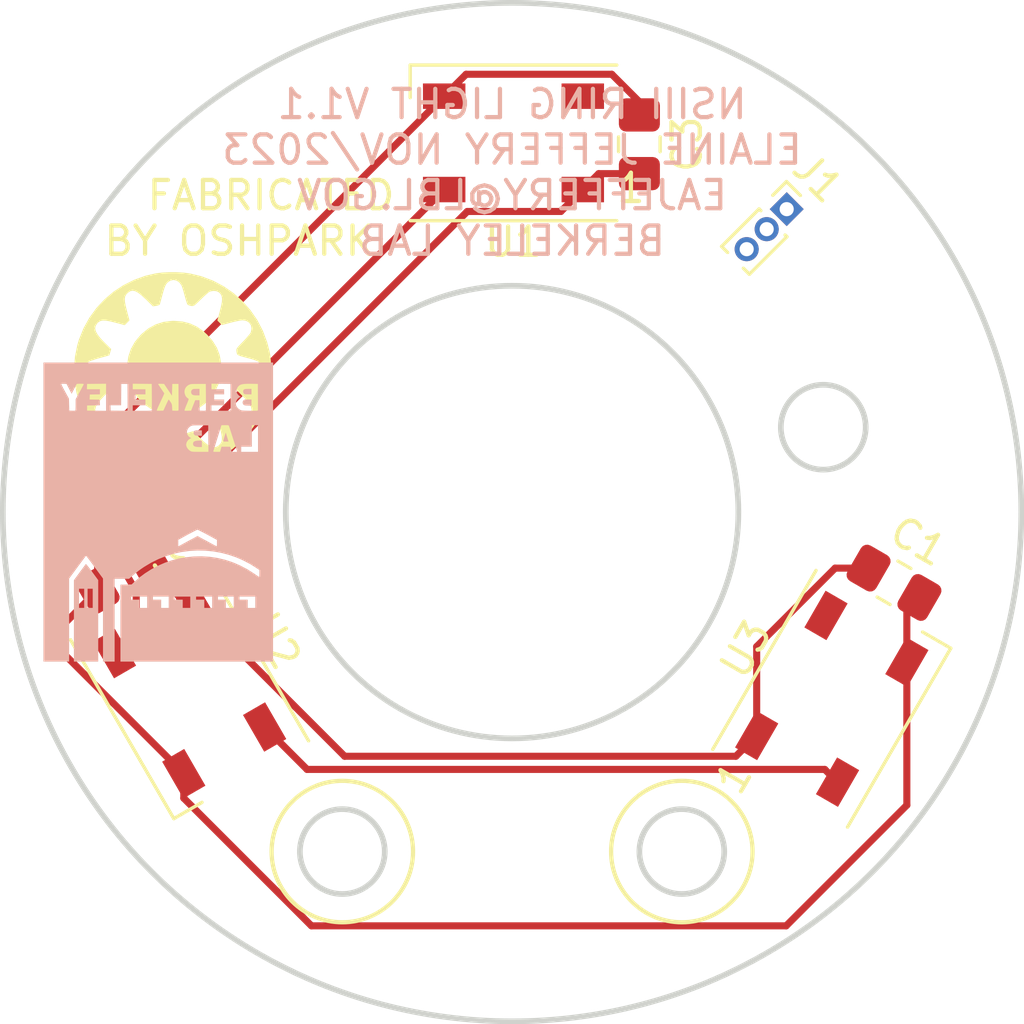
<source format=kicad_pcb>
(kicad_pcb (version 20221018) (generator pcbnew)
  (layers (0 "F.Cu" signal) (31 "B.Cu" signal) (34 "B.Paste" user) (35 "F.Paste" user) (36 "B.SilkS" user "B.Silkscreen") (37 "F.SilkS" user "F.Silkscreen") (38 "B.Mask" user) (39 "F.Mask" user) (44 "Edge.Cuts" user))
  (net 0 "")
  (net 1 "VDD")
  (net 2 "GND")
  (net 3 "/BlinkStick_R")
  (net 4 "Net-(U1-DOUT)")
  (net 5 "Net-(U2-DOUT)")
  (footprint "LED_SMD:LED_WS2812B_PLCC4_5.0x5.0mm_P3.2mm" (layer "F.Cu") (at 161.3 106.6 60)
    (fp_text reference "U3" (at 0 -3.5 60) (layer "F.SilkS"))
    (fp_text value "2812")
    (fp_text user "1" (at -4.15 -1.6 60) (layer "F.SilkS"))
    (fp_line (start -3.65 -2.75) (end 3.65 -2.75) (stroke (width 0.12)) (layer "F.SilkS"))
    (fp_line (start -3.65 2.75) (end 3.65 2.75) (stroke (width 0.12)) (layer "F.SilkS"))
    (fp_line (start 3.65 2.75) (end 3.65 1.6) (stroke (width 0.12)) (layer "F.SilkS"))
    (pad "1" smd rect (at -2.45 -1.65 60) (size 1.5 0.9) (layers "F.Cu" "F.Paste" "F.Mask") (net 2 "GND"))
    (pad "2" smd rect (at -2.45 1.65 60) (size 1.5 0.9) (layers "F.Cu" "F.Paste" "F.Mask") (net 5 "Net-(U2-DOUT)"))
    (pad "3" smd rect (at 2.45 1.65 60) (size 1.5 0.9) (layers "F.Cu" "F.Paste" "F.Mask") (net 1 "VDD"))
    (pad "4" smd rect (at 2.45 -1.65 60) (size 1.5 0.9) (layers "F.Cu" "F.Paste" "F.Mask"))
  )
  (footprint "LED_SMD:LED_WS2812B_PLCC4_5.0x5.0mm_P3.2mm" (layer "F.Cu") (at 150.05 86.95 180)
    (fp_text reference "U1" (at 0 -3.5) (layer "F.SilkS"))
    (fp_text value "2812")
    (fp_text user "1" (at -4.15 -1.6) (layer "F.SilkS"))
    (fp_line (start -3.65 -2.75) (end 3.65 -2.75) (stroke (width 0.12)) (layer "F.SilkS"))
    (fp_line (start -3.65 2.75) (end 3.65 2.75) (stroke (width 0.12)) (layer "F.SilkS"))
    (fp_line (start 3.65 2.75) (end 3.65 1.6) (stroke (width 0.12)) (layer "F.SilkS"))
    (pad "1" smd rect (at -2.45 -1.65 180) (size 1.5 0.9) (layers "F.Cu" "F.Paste" "F.Mask") (net 2 "GND"))
    (pad "2" smd rect (at -2.45 1.65 180) (size 1.5 0.9) (layers "F.Cu" "F.Paste" "F.Mask") (net 3 "/BlinkStick_R"))
    (pad "3" smd rect (at 2.45 1.65 180) (size 1.5 0.9) (layers "F.Cu" "F.Paste" "F.Mask") (net 1 "VDD"))
    (pad "4" smd rect (at 2.45 -1.65 180) (size 1.5 0.9) (layers "F.Cu" "F.Paste" "F.Mask") (net 4 "Net-(U1-DOUT)"))
  )
  (footprint "Capacitor_SMD:C_0805_2012Metric_Pad1.18x1.45mm_HandSolder" (layer "F.Cu") (at 163.5 102.5 150)
    (fp_text reference "C1" (at 0 1.7 150) (layer "F.SilkS"))
    (fp_text value "4.7")
    (fp_line (start -0.261252 -0.735) (end 0.261252 -0.735) (stroke (width 0.12)) (layer "F.SilkS"))
    (fp_line (start -0.261252 0.735) (end 0.261252 0.735) (stroke (width 0.12)) (layer "F.SilkS"))
    (pad "1" smd roundrect (at -1.0375 0 150) (size 1.175 1.45) (layers "F.Cu" "F.Paste" "F.Mask") (roundrect_rratio 0.212766) (net 1 "VDD"))
    (pad "2" smd roundrect (at 1.0375 0 150) (size 1.175 1.45) (layers "F.Cu" "F.Paste" "F.Mask") (roundrect_rratio 0.212766) (net 2 "GND"))
  )
  (footprint "Capacitor_SMD:C_0805_2012Metric_Pad1.18x1.45mm_HandSolder" (layer "F.Cu") (at 154.5 87 -90)
    (fp_text reference "C3" (at 0 -1.68 90) (layer "F.SilkS"))
    (fp_text value "4.7")
    (fp_line (start -0.261252 -0.735) (end 0.261252 -0.735) (stroke (width 0.12)) (layer "F.SilkS"))
    (fp_line (start -0.261252 0.735) (end 0.261252 0.735) (stroke (width 0.12)) (layer "F.SilkS"))
    (pad "1" smd roundrect (at -1.0375 0 270) (size 1.175 1.45) (layers "F.Cu" "F.Paste" "F.Mask") (roundrect_rratio 0.212766) (net 1 "VDD"))
    (pad "2" smd roundrect (at 1.0375 0 270) (size 1.175 1.45) (layers "F.Cu" "F.Paste" "F.Mask") (roundrect_rratio 0.212766) (net 2 "GND"))
  )
  (footprint "footprints:OSHPark_Logo" (layer "F.Cu") (at 138 95)
    (fp_text reference "G***" hide)
    (fp_text value "LOGO" hide)
    (fp_poly (pts (xy 0.349182 -1.737259) (xy 0.61804 -1.668294) (xy 0.867025 -1.550882) (xy 1.101851 -1.382638) (xy 1.221503 -1.273046) (xy 1.42093 -1.046101) (xy 1.568229 -0.807701) (xy 1.665672 -0.552526) (xy 1.715528 -0.27525) (xy 1.723544 -0.095798) (xy 1.697549 0.202506) (xy 1.621865 0.485269) (xy 1.499943 0.747089) (xy 1.335237 0.982564) (xy 1.131198 1.186294) (xy 0.891277 1.352875) (xy 0.752694 1.423381) (xy 0.524094 1.506194) (xy 0.280292 1.5589) (xy 0.03902 1.578934) (xy -0.181989 1.56373) (xy -0.198071 1.56095) (xy -0.492452 1.481651) (xy -0.760497 1.358101) (xy -0.99853 1.1949) (xy -1.202879 0.996647) (xy -1.369869 0.76794) (xy -1.495826 0.513378) (xy -1.577075 0.23756) (xy -1.609943 -0.054914) (xy -1.607272 -0.202953) (xy -1.564764 -0.497026) (xy -1.473619 -0.76796) (xy -1.332548 -1.018467) (xy -1.140261 -1.251259) (xy -1.081142 -1.309766) (xy -0.848061 -1.498027) (xy -0.597337 -1.634859) (xy -0.326306 -1.721317) (xy -0.032304 -1.758457) (xy 0.054741 -1.760162)) (fill solid) (layer "F.SilkS"))
    (fp_poly (pts (xy 0.144299 -3.479251) (xy 0.396076 -3.464097) (xy 0.601085 -3.437482) (xy 1.02098 -3.336222) (xy 1.42381 -3.184141) (xy 1.804639 -2.983798) (xy 2.158535 -2.737754) (xy 2.451697 -2.477602) (xy 2.746035 -2.148099) (xy 2.993121 -1.791462) (xy 3.193446 -1.406779) (xy 3.3475 -0.993134) (xy 3.437243 -0.643211) (xy 3.463015 -0.47329) (xy 3.47918 -0.266359) (xy 3.485706 -0.039306) (xy 3.482561 0.190984) (xy 3.469714 0.407621) (xy 3.447135 0.59372) (xy 3.439617 0.635268) (xy 3.330355 1.062144) (xy 3.176042 1.459055) (xy 2.974849 1.829437) (xy 2.724944 2.176722) (xy 2.464148 2.465085) (xy 2.133591 2.760471) (xy 1.780169 3.006158) (xy 1.403406 3.202402) (xy 1.002823 3.349457) (xy 0.652852 3.43416) (xy 0.468016 3.46127) (xy 0.253559 3.480102) (xy 0.029857 3.489806) (xy -0.18271 3.489532) (xy -0.363765 3.478429) (xy -0.375867 3.477094) (xy -0.800843 3.40139) (xy -1.209429 3.275181) (xy -1.597618 3.101284) (xy -1.961407 2.882516) (xy -2.29679 2.621696) (xy -2.599762 2.321638) (xy -2.866319 1.985162) (xy -3.092455 1.615083) (xy -3.131848 1.538547) (xy -3.292067 1.157673) (xy -3.404467 0.75643) (xy -3.468567 0.341934) (xy -3.483888 -0.078698) (xy -3.481965 -0.102477) (xy -3.110792 -0.102477) (xy -3.104148 0.016046) (xy -3.050908 0.123253) (xy -2.959064 0.203762) (xy -2.948729 0.209407) (xy -2.886773 0.235074) (xy -2.786423 0.269423) (xy -2.662347 0.307672) (xy -2.54844 0.339881) (xy -2.236644 0.424245) (xy -2.203103 0.538028) (xy -2.169562 0.65181) (xy -2.3744 0.85279) (xy -2.531457 1.016762) (xy -2.642864 1.157131) (xy -2.710332 1.277745) (xy -2.73557 1.382454) (xy -2.72029 1.475104) (xy -2.680859 1.542094) (xy -2.616787 1.597408) (xy -2.532084 1.64082) (xy -2.517651 1.645611) (xy -2.467846 1.657397) (xy -2.414985 1.660655) (xy -2.347914 1.653967) (xy -2.255481 1.635917) (xy -2.126531 1.605087) (xy -2.053561 1.586652) (xy -1.696471 1.495637) (xy -1.612366 1.575782) (xy -1.5767 1.611175) (xy -1.553441 1.64402) (xy -1.542875 1.683737) (xy -1.545289 1.739746) (xy -1.560967 1.821467) (xy -1.590197 1.938321) (xy -1.627633 2.078727) (xy -1.666103 2.22989) (xy -1.687632 2.340719) (xy -1.692382 2.422883) (xy -1.680513 2.48805) (xy -1.652186 2.547888) (xy -1.634478 2.57564) (xy -1.546609 2.661852) (xy -1.436169 2.701929) (xy -1.314938 2.692358) (xy -1.281868 2.680799) (xy -1.227676 2.647743) (xy -1.145677 2.584558) (xy -1.046577 2.500017) (xy -0.941078 2.402896) (xy -0.930604 2.392845) (xy -0.670582 2.142325) (xy -0.561489 2.1736) (xy -0.452396 2.204875) (xy -0.367642 2.518871) (xy -0.316821 2.697952) (xy -0.272311 2.831228) (xy -0.230324 2.926693) (xy -0.187072 2.992343) (xy -0.138767 3.036173) (xy -0.115982 3.050042) (xy -0.001206 3.088395) (xy 0.112535 3.074194) (xy 0.16512 3.051368) (xy 0.219396 3.014355) (xy 0.266036 2.959368) (xy 0.308946 2.878341) (xy 0.352033 2.763206) (xy 0.399203 2.605897) (xy 0.422781 2.519279) (xy 0.506358 2.205691) (xy 0.619241 2.173036) (xy 0.732125 2.140382) (xy 0.934004 2.346124) (xy 1.096676 2.502484) (xy 1.235278 2.613726) (xy 1.354061 2.68158) (xy 1.457275 2.707776) (xy 1.549172 2.694042) (xy 1.634002 2.642107) (xy 1.64276 2.634429) (xy 1.697375 2.574653) (xy 1.730873 2.507097) (xy 1.743632 2.422817) (xy 1.736028 2.312869) (xy 1.708439 2.16831) (xy 1.669106 2.009826) (xy 1.578997 1.667796) (xy 1.658518 1.58459) (xy 1.692472 1.549946) (xy 1.723308 1.527001) (xy 1.760296 1.516056) (xy 1.812705 1.517411) (xy 1.889808 1.531366) (xy 2.000874 1.558223) (xy 2.155173 1.598282) (xy 2.165721 1.601037) (xy 2.336764 1.641222) (xy 2.466737 1.65958) (xy 2.56509 1.655364) (xy 2.641273 1.627827) (xy 2.704736 1.576223) (xy 2.721733 1.557098) (xy 2.776132 1.472782) (xy 2.795243 1.385822) (xy 2.776994 1.290816) (xy 2.719309 1.18236) (xy 2.620115 1.055052) (xy 2.477339 0.903491) (xy 2.466755 0.892925) (xy 2.224352 0.651644) (xy 2.2576 0.539038) (xy 2.290849 0.426431) (xy 2.602914 0.341529) (xy 2.78385 0.289584) (xy 2.91899 0.243709) (xy 3.016411 0.200272) (xy 3.084193 0.155641) (xy 3.130412 0.106185) (xy 3.132282 0.103549) (xy 3.16912 0.008561) (xy 3.169612 -0.102162) (xy 3.134808 -0.204379) (xy 3.117842 -0.229507) (xy 3.06747 -0.28341) (xy 3.004549 -0.327068) (xy 2.917937 -0.365757) (xy 2.796486 -0.404754) (xy 2.682327 -0.435695) (xy 2.528805 -0.47566) (xy 2.41998 -0.505816) (xy 2.34768 -0.530547) (xy 2.303734 -0.55424) (xy 2.279968 -0.581277) (xy 2.268212 -0.616045) (xy 2.260431 -0.662056) (xy 2.254116 -0.709267) (xy 2.256394 -0.748127) (xy 2.272991 -0.787764) (xy 2.309632 -0.837301) (xy 2.372043 -0.905865) (xy 2.46595 -1.00258) (xy 2.488565 -1.025645) (xy 2.584874 -1.127368) (xy 2.668335 -1.222062) (xy 2.730371 -1.299544) (xy 2.762401 -1.34963) (xy 2.763257 -1.351738) (xy 2.790083 -1.485052) (xy 2.768847 -1.602521) (xy 2.704995 -1.696068) (xy 2.603974 -1.757613) (xy 2.475091 -1.779095) (xy 2.407389 -1.771987) (xy 2.30225 -1.752707) (xy 2.174817 -1.724318) (xy 2.057902 -1.694676) (xy 1.743705 -1.610258) (xy 1.66307 -1.690893) (xy 1.582435 -1.771528) (xy 1.667079 -2.088699) (xy 1.71479 -2.281415) (xy 1.741924 -2.431398) (xy 1.748066 -2.546813) (xy 1.732798 -2.63582) (xy 1.695701 -2.706584) (xy 1.636359 -2.767266) (xy 1.632195 -2.770674) (xy 1.551435 -2.806886) (xy 1.446967 -2.816967) (xy 1.343323 -2.800663) (xy 1.28567 -2.774266) (xy 1.239631 -2.737588) (xy 1.165485 -2.671743) (xy 1.073776 -2.58633) (xy 0.982755 -2.498521) (xy 0.882724 -2.401242) (xy 0.812118 -2.336738) (xy 0.761628 -2.2991) (xy 0.721949 -2.28242) (xy 0.683772 -2.28079) (xy 0.64844 -2.286278) (xy 0.576155 -2.306658) (xy 0.528202 -2.332384) (xy 0.524586 -2.336215) (xy 0.507827 -2.374413) (xy 0.481805 -2.453303) (xy 0.450413 -2.560441) (xy 0.424876 -2.654957) (xy 0.390282 -2.781143) (xy 0.356209 -2.894291) (xy 0.327278 -2.979603) (xy 0.312372 -3.015202) (xy 0.232931 -3.121063) (xy 0.132148 -3.184515) (xy 0.020863 -3.203379) (xy -0.090081 -3.175472) (xy -0.175952 -3.113416) (xy -0.217755 -3.064322) (xy -0.25317 -3.003297) (xy -0.287012 -2.91898) (xy -0.324101 -2.800014) (xy -0.352962 -2.696013) (xy -0.387692 -2.567708) (xy -0.417651 -2.457723) (xy -0.439746 -2.37737) (xy -0.450882 -2.337962) (xy -0.451109 -2.337225) (xy -0.481659 -2.314609) (xy -0.547017 -2.294002) (xy -0.576577 -2.288341) (xy -0.692542 -2.269797) (xy -0.943533 -2.515936) (xy -1.094115 -2.655672) (xy -1.219405 -2.75234) (xy -1.325141 -2.807969) (xy -1.417059 -2.824589) (xy -1.500896 -2.804228) (xy -1.582391 -2.748917) (xy -1.588019 -2.743912) (xy -1.642581 -2.684222) (xy -1.676076 -2.616786) (xy -1.688875 -2.53267) (xy -1.681352 -2.422939) (xy -1.653879 -2.278658) (xy -1.614124 -2.118393) (xy -1.523774 -1.775447) (xy -1.608162 -1.691059) (xy -1.69255 -1.606672) (xy -2.029043 -1.695705) (xy -2.213417 -1.740862) (xy -2.355468 -1.765805) (xy -2.463878 -1.770194) (xy -2.547331 -1.753688) (xy -2.614509 -1.715946) (xy -2.6618 -1.67087) (xy -2.717613 -1.586035) (xy -2.735451 -1.494789) (xy -2.713571 -1.39284) (xy -2.650234 -1.275895) (xy -2.543698 -1.139663) (xy -2.392223 -0.979851) (xy -2.3744 -0.962274) (xy -2.169562 -0.761293) (xy -2.202486 -0.649786) (xy -2.23541 -0.538279) (xy -2.547824 -0.452229) (xy -2.733134 -0.398733) (xy -2.871894 -0.351507) (xy -2.971238 -0.306117) (xy -3.038301 -0.25813) (xy -3.080216 -0.203115) (xy -3.10412 -0.136638) (xy -3.110792 -0.102477) (xy -3.481965 -0.102477) (xy -3.449949 -0.498347) (xy -3.36627 -0.909896) (xy -3.309641 -1.098446) (xy -3.148342 -1.497991) (xy -2.941535 -1.870323) (xy -2.692883 -2.21229) (xy -2.406051 -2.520737) (xy -2.084701 -2.792512) (xy -1.732497 -3.024461) (xy -1.353101 -3.213431) (xy -0.950178 -3.356269) (xy -0.590069 -3.439383) (xy -0.369922 -3.466928) (xy -0.118083 -3.480206)) (fill solid) (layer "F.SilkS"))
  )
  (footprint "Capacitor_SMD:C_0805_2012Metric_Pad1.18x1.45mm_HandSolder" (layer "F.Cu") (at 136.25 102.25 30)
    (fp_text reference "C2" (at 0 -1.68 30) (layer "F.SilkS"))
    (fp_text value "4.7")
    (fp_line (start -0.261252 -0.735) (end 0.261252 -0.735) (stroke (width 0.12)) (layer "F.SilkS"))
    (fp_line (start -0.261252 0.735) (end 0.261252 0.735) (stroke (width 0.12)) (layer "F.SilkS"))
    (pad "1" smd roundrect (at -1.0375 0 30) (size 1.175 1.45) (layers "F.Cu" "F.Paste" "F.Mask") (roundrect_rratio 0.212766) (net 1 "VDD"))
    (pad "2" smd roundrect (at 1.0375 0 30) (size 1.175 1.45) (layers "F.Cu" "F.Paste" "F.Mask") (roundrect_rratio 0.212766) (net 2 "GND"))
  )
  (footprint "Connector_PinHeader_1.00mm:PinHeader_1x03_P1.00mm_Vertical" (layer "F.Cu") (at 159.707107 89.292894 -45)
    (fp_text reference "J1" (at 0 -1.56 135) (layer "F.SilkS"))
    (fp_text value "Conn_01x03_Pin")
    (fp_line (start -0.695 -0.685) (end 0 -0.685) (stroke (width 0.12)) (layer "F.SilkS"))
    (fp_line (start -0.695 0) (end -0.695 -0.685) (stroke (width 0.12)) (layer "F.SilkS"))
    (fp_line (start -0.695 0.685) (end -0.695 2.56) (stroke (width 0.12)) (layer "F.SilkS"))
    (fp_line (start -0.695 0.685) (end -0.608276 0.685) (stroke (width 0.12)) (layer "F.SilkS"))
    (fp_line (start -0.695 2.56) (end -0.394493 2.56) (stroke (width 0.12)) (layer "F.SilkS"))
    (fp_line (start 0.394493 2.56) (end 0.695 2.56) (stroke (width 0.12)) (layer "F.SilkS"))
    (fp_line (start 0.608276 0.685) (end 0.695 0.685) (stroke (width 0.12)) (layer "F.SilkS"))
    (fp_line (start 0.695 0.685) (end 0.695 2.56) (stroke (width 0.12)) (layer "F.SilkS"))
    (pad "1" thru_hole rect (at 0 0 315) (size 0.85 0.85) (drill 0.5) (layers "*.Cu" "*.Mask") (net 1 "VDD"))
    (pad "2" thru_hole oval (at 0 1 315) (size 0.85 0.85) (drill 0.5) (layers "*.Cu" "*.Mask") (net 3 "/BlinkStick_R"))
    (pad "3" thru_hole oval (at 0 2 315) (size 0.85 0.85) (drill 0.5) (layers "*.Cu" "*.Mask") (net 2 "GND"))
  )
  (footprint "LED_SMD:LED_WS2812B_PLCC4_5.0x5.0mm_P3.2mm" (layer "F.Cu") (at 138.6 106.3 -60)
    (fp_text reference "U2" (at 0 -3.5 120) (layer "F.SilkS"))
    (fp_text value "2812")
    (fp_text user "1" (at -4.15 -1.6 120) (layer "F.SilkS"))
    (fp_line (start -3.65 -2.75) (end 3.65 -2.75) (stroke (width 0.12)) (layer "F.SilkS"))
    (fp_line (start -3.65 2.75) (end 3.65 2.75) (stroke (width 0.12)) (layer "F.SilkS"))
    (fp_line (start 3.65 2.75) (end 3.65 1.6) (stroke (width 0.12)) (layer "F.SilkS"))
    (pad "1" smd rect (at -2.45 -1.65 300) (size 1.5 0.9) (layers "F.Cu" "F.Paste" "F.Mask") (net 2 "GND"))
    (pad "2" smd rect (at -2.45 1.65 300) (size 1.5 0.9) (layers "F.Cu" "F.Paste" "F.Mask") (net 4 "Net-(U1-DOUT)"))
    (pad "3" smd rect (at 2.45 1.65 300) (size 1.5 0.9) (layers "F.Cu" "F.Paste" "F.Mask") (net 1 "VDD"))
    (pad "4" smd rect (at 2.45 -1.65 300) (size 1.5 0.9) (layers "F.Cu" "F.Paste" "F.Mask") (net 5 "Net-(U2-DOUT)"))
  )
  (footprint "footprints:Berkeley_Lab_Logo" (layer "B.Cu") (at 137.5 100 180)
    (fp_text reference "G***" hide)
    (fp_text value "LOGO" hide)
    (fp_poly (pts (xy -2.33947 2.678718) (xy -2.317771 2.608222) (xy -2.302683 2.557858) (xy -2.294954 2.524287) (xy -2.295331 2.504173) (xy -2.304561 2.494177) (xy -2.32339 2.490963) (xy -2.352566 2.491194) (xy -2.381348 2.491619) (xy -2.477157 2.491619) (xy -2.461597 2.543024) (xy -2.450876 2.578321) (xy -2.435756 2.627943) (xy -2.418921 2.683086) (xy -2.412861 2.702909) (xy -2.379684 2.811389)) (fill solid) (layer "B.SilkS"))
    (fp_poly (pts (xy -1.448405 2.527616) (xy -1.363515 2.523574) (xy -1.300063 2.511524) (xy -1.256385 2.490636) (xy -1.230815 2.460079) (xy -1.221691 2.419022) (xy -1.221619 2.414351) (xy -1.228696 2.370768) (xy -1.251173 2.338349) (xy -1.290917 2.316109) (xy -1.349796 2.303067) (xy -1.429678 2.298239) (xy -1.442357 2.298163) (xy -1.536095 2.298095) (xy -1.536095 2.413) (xy -1.536095 2.527905)) (fill solid) (layer "B.SilkS"))
    (fp_poly (pts (xy -1.281644 4.353451) (xy -1.243385 4.35029) (xy -1.217476 4.343818) (xy -1.198018 4.33305) (xy -1.194372 4.330287) (xy -1.163213 4.291876) (xy -1.153754 4.24387) (xy -1.161614 4.201667) (xy -1.178611 4.168173) (xy -1.206124 4.145298) (xy -1.247863 4.131503) (xy -1.30754 4.125254) (xy -1.348019 4.124476) (xy -1.451429 4.124476) (xy -1.451429 4.239381) (xy -1.451429 4.354286) (xy -1.338155 4.354286)) (fill solid) (layer "B.SilkS"))
    (fp_poly (pts (xy -3.103539 4.352465) (xy -3.055564 4.345967) (xy -3.023859 4.333235) (xy -3.004564 4.312714) (xy -2.993821 4.282849) (xy -2.993762 4.282582) (xy -2.994059 4.244941) (xy -3.007089 4.206491) (xy -3.028677 4.177028) (xy -3.042494 4.168275) (xy -3.062734 4.164976) (xy -3.100606 4.162415) (xy -3.149558 4.160959) (xy -3.175989 4.160762) (xy -3.289905 4.160762) (xy -3.289905 4.257524) (xy -3.289905 4.354286) (xy -3.171644 4.354286)) (fill solid) (layer "B.SilkS"))
    (fp_poly (pts (xy -1.358118 2.889974) (xy -1.31844 2.887051) (xy -1.29198 2.881155) (xy -1.273269 2.871445) (xy -1.268921 2.86813) (xy -1.245287 2.835038) (xy -1.239832 2.794095) (xy -1.252264 2.75307) (xy -1.274303 2.725909) (xy -1.292489 2.712299) (xy -1.312579 2.703809) (xy -1.34064 2.699261) (xy -1.382742 2.697476) (xy -1.421865 2.697238) (xy -1.536095 2.697238) (xy -1.536095 2.794) (xy -1.536095 2.890762) (xy -1.416483 2.890762)) (fill solid) (layer "B.SilkS"))
    (fp_poly (pts (xy -3.104762 3.978951) (xy -3.065957 3.977123) (xy -3.040543 3.972831) (xy -3.023121 3.965055) (xy -3.008292 3.952777) (xy -3.005117 3.949645) (xy -2.980121 3.909308) (xy -2.974768 3.863176) (xy -2.988985 3.819034) (xy -3.006611 3.796989) (xy -3.023048 3.783576) (xy -3.041875 3.774688) (xy -3.068626 3.769149) (xy -3.108832 3.76578) (xy -3.163849 3.763542) (xy -3.289905 3.759417) (xy -3.289905 3.869375) (xy -3.289905 3.979333) (xy -3.162355 3.979333)) (fill solid) (layer "B.SilkS"))
    (fp_poly (pts (xy 2.569958 -1.840504) (xy 2.580714 -1.85417) (xy 2.603758 -1.884713) (xy 2.637116 -1.929472) (xy 2.678812 -1.985784) (xy 2.726871 -2.050991) (xy 2.779319 -2.122429) (xy 2.786077 -2.131654) (xy 2.987524 -2.406688) (xy 2.987524 -3.846154) (xy 2.987524 -5.285619) (xy 2.558143 -5.285619) (xy 2.128762 -5.285619) (xy 2.128762 -3.845111) (xy 2.128762 -2.709333) (xy 2.322286 -2.709333) (xy 2.322286 -3.048) (xy 2.322286 -3.386667) (xy 2.413 -3.386667) (xy 2.503714 -3.386667) (xy 2.503714 -3.048) (xy 2.503714 -2.709333) (xy 2.624667 -2.709333) (xy 2.624667 -3.048) (xy 2.624667 -3.386667) (xy 2.715381 -3.386667) (xy 2.806095 -3.386667) (xy 2.806095 -3.048) (xy 2.806095 -2.709333) (xy 2.715381 -2.709333) (xy 2.624667 -2.709333) (xy 2.503714 -2.709333) (xy 2.413 -2.709333) (xy 2.322286 -2.709333) (xy 2.128762 -2.709333) (xy 2.128762 -2.404602) (xy 2.342024 -2.114496) (xy 2.404859 -2.029435) (xy 2.455141 -1.962433) (xy 2.494279 -1.911792) (xy 2.523684 -1.875819) (xy 2.544767 -1.852816) (xy 2.558938 -1.84109) (xy 2.567607 -1.838944)) (fill solid) (layer "B.SilkS"))
    (fp_poly (pts (xy 4.064 0) (xy 4.064 -5.285619) (xy 3.610428 -5.285619) (xy 3.156857 -5.285619) (xy 3.156857 -3.818444) (xy 3.156857 -2.351269) (xy 2.861198 -1.949234) (xy 2.797438 -1.862685) (xy 2.738083 -1.782407) (xy 2.684667 -1.710452) (xy 2.638723 -1.648872) (xy 2.601782 -1.599718) (xy 2.57538 -1.565043) (xy 2.561047 -1.546898) (xy 2.558939 -1.544671) (xy 2.550601 -1.553543) (xy 2.529522 -1.579932) (xy 2.497226 -1.62182) (xy 2.455239 -1.677188) (xy 2.405088 -1.744018) (xy 2.348299 -1.820293) (xy 2.286397 -1.903994) (xy 2.255884 -1.945445) (xy 1.959428 -2.348746) (xy 1.959428 -3.817183) (xy 1.959428 -5.285619) (xy 1.753809 -5.285619) (xy 1.54819 -5.285619) (xy 1.54819 -3.822095) (xy 1.54819 -2.358571) (xy 1.293534 -2.358571) (xy 1.038878 -2.358571) (xy 0.90951 -2.246491) (xy 0.827291 -2.176151) (xy 0.756219 -2.117705) (xy 0.689953 -2.066332) (xy 0.622151 -2.017212) (xy 0.546473 -1.965524) (xy 0.495905 -1.932098) (xy 0.250014 -1.785147) (xy -0.005078 -1.65991) (xy -0.267925 -1.556379) (xy -0.537076 -1.474548) (xy -0.811083 -1.41441) (xy -1.088498 -1.375959) (xy -1.367871 -1.359188) (xy -1.647755 -1.36409) (xy -1.9267 -1.39066) (xy -2.203258 -1.438889) (xy -2.475981 -1.508773) (xy -2.743418 -1.600304) (xy -3.004123 -1.713475) (xy -3.256646 -1.848281) (xy -3.419265 -1.949856) (xy -3.568095 -2.048569) (xy -3.568095 -2.173933) (xy -3.567513 -2.231227) (xy -3.565467 -2.267628) (xy -3.561513 -2.286411) (xy -3.555205 -2.290853) (xy -3.552359 -2.289625) (xy -3.53727 -2.279599) (xy -3.506225 -2.258448) (xy -3.46313 -2.228849) (xy -3.411893 -2.193484) (xy -3.386049 -2.175589) (xy -3.138741 -2.018272) (xy -2.88428 -1.883991) (xy -2.62326 -1.772866) (xy -2.356274 -1.685016) (xy -2.083916 -1.620561) (xy -1.806778 -1.57962) (xy -1.525454 -1.562312) (xy -1.240537 -1.568757) (xy -0.95262 -1.599074) (xy -0.724443 -1.63977) (xy -0.474759 -1.70395) (xy -0.226267 -1.790501) (xy 0.017735 -1.897694) (xy 0.25395 -2.023803) (xy 0.479081 -2.167098) (xy 0.689831 -2.325853) (xy 0.845486 -2.462474) (xy 0.947116 -2.558143) (xy 1.144843 -2.561981) (xy 1.342571 -2.565818) (xy 1.342571 -3.925719) (xy 1.342571 -5.285619) (xy -1.354667 -5.285619) (xy -4.051905 -5.285619) (xy -4.051905 -2.987524) (xy -3.422953 -2.987524) (xy -3.422953 -3.187095) (xy -3.422953 -3.386667) (xy -3.289905 -3.386667) (xy -3.156857 -3.386667) (xy -3.156857 -3.241524) (xy -3.156857 -3.096381) (xy -3.011714 -3.096381) (xy -2.866572 -3.096381) (xy -2.866572 -3.041952) (xy -2.866572 -2.987524) (xy -2.660953 -2.987524) (xy -2.660953 -3.187095) (xy -2.660953 -3.386667) (xy -2.521857 -3.386667) (xy -2.382762 -3.386667) (xy -2.382762 -3.241524) (xy -2.382762 -3.096381) (xy -2.243667 -3.096381) (xy -2.104572 -3.096381) (xy -2.104572 -3.041952) (xy -2.104572 -2.987524) (xy -1.898953 -2.987524) (xy -1.898953 -3.187095) (xy -1.898953 -3.386667) (xy -1.759857 -3.386667) (xy -1.620762 -3.386667) (xy -1.620762 -3.241524) (xy -1.620762 -3.096381) (xy -1.475619 -3.096381) (xy -1.330476 -3.096381) (xy -1.330476 -3.041952) (xy -1.330476 -2.987524) (xy -1.124857 -2.987524) (xy -1.124857 -3.187095) (xy -1.124857 -3.386667) (xy -0.99181 -3.386667) (xy -0.858762 -3.386667) (xy -0.858762 -3.241524) (xy -0.858762 -3.096381) (xy -0.713619 -3.096381) (xy -0.568476 -3.096381) (xy -0.568476 -3.041952) (xy -0.568476 -2.987524) (xy -0.362857 -2.987524) (xy -0.362857 -3.187095) (xy -0.362857 -3.386667) (xy -0.22981 -3.386667) (xy -0.096762 -3.386667) (xy -0.096762 -3.241524) (xy -0.096762 -3.096381) (xy 0.048381 -3.096381) (xy 0.193524 -3.096381) (xy 0.193524 -3.041952) (xy 0.193524 -2.987524) (xy 0.399143 -2.987524) (xy 0.399143 -3.187095) (xy 0.399143 -3.386667) (xy 0.538238 -3.386667) (xy 0.677333 -3.386667) (xy 0.677333 -3.241524) (xy 0.677333 -3.096381) (xy 0.822476 -3.096381) (xy 0.967619 -3.096381) (xy 0.967619 -3.041952) (xy 0.967619 -2.987524) (xy 0.683381 -2.987524) (xy 0.399143 -2.987524) (xy 0.193524 -2.987524) (xy -0.084667 -2.987524) (xy -0.362857 -2.987524) (xy -0.568476 -2.987524) (xy -0.846667 -2.987524) (xy -1.124857 -2.987524) (xy -1.330476 -2.987524) (xy -1.614714 -2.987524) (xy -1.898953 -2.987524) (xy -2.104572 -2.987524) (xy -2.382762 -2.987524) (xy -2.660953 -2.987524) (xy -2.866572 -2.987524) (xy -3.144762 -2.987524) (xy -3.422953 -2.987524) (xy -4.051905 -2.987524) (xy -4.051905 -1.097292) (xy -2.068286 -1.097292) (xy -2.067534 -1.146038) (xy -2.065516 -1.184093) (xy -2.062589 -1.206143) (xy -2.060757 -1.209524) (xy -2.048664 -1.20397) (xy -2.017927 -1.188229) (xy -1.97115 -1.163679) (xy -1.910934 -1.131699) (xy -1.839883 -1.093668) (xy -1.760599 -1.050966) (xy -1.716661 -1.027199) (xy -1.380093 -0.844874) (xy -1.092213 -1.001322) (xy -1.013137 -1.044229) (xy -0.938446 -1.084632) (xy -0.871562 -1.12069) (xy -0.815905 -1.150562) (xy -0.774895 -1.172407) (xy -0.752929 -1.183892) (xy -0.701524 -1.210015) (xy -0.701524 -1.095745) (xy -0.701524 -0.981474) (xy -1.031119 -0.80219) (xy -1.113357 -0.757781) (xy -1.189326 -0.717377) (xy -1.256283 -0.682387) (xy -1.311487 -0.654223) (xy -1.352194 -0.634294) (xy -1.375661 -0.62401) (xy -1.379815 -0.622905) (xy -1.394827 -0.628485) (xy -1.42833 -0.644296) (xy -1.477599 -0.668943) (xy -1.53991 -0.701033) (xy -1.612539 -0.739172) (xy -1.692761 -0.781964) (xy -1.7336 -0.803983) (xy -2.068286 -0.985061) (xy -2.068286 -1.097292) (xy -4.051905 -1.097292) (xy -4.051905 0) (xy -4.051905 3.072191) (xy -3.519714 3.072191) (xy -3.519714 2.600476) (xy -3.519714 2.128762) (xy -3.223381 2.128762) (xy -2.927048 2.128762) (xy -2.927048 2.137086) (xy -2.781905 2.137086) (xy -2.770767 2.133215) (xy -2.741176 2.130302) (xy -2.698864 2.128843) (xy -2.68544 2.128762) (xy -2.588975 2.128762) (xy -2.561464 2.219363) (xy -2.533953 2.309964) (xy -2.381603 2.310077) (xy -2.229253 2.310191) (xy -2.202894 2.219476) (xy -2.176536 2.128762) (xy -2.055072 2.128762) (xy -1.766189 2.128762) (xy -1.478785 2.129028) (xy -1.385987 2.129296) (xy -1.314007 2.130062) (xy -1.259475 2.131552) (xy -1.21902 2.133994) (xy -1.189273 2.137617) (xy -1.166861 2.142649) (xy -1.148416 2.149317) (xy -1.143 2.151741) (xy -1.084857 2.188984) (xy -1.035677 2.239936) (xy -0.999723 2.298621) (xy -0.981259 2.359064) (xy -0.979714 2.380569) (xy -0.990981 2.446311) (xy -1.021885 2.508709) (xy -1.068077 2.561258) (xy -1.124386 2.5971) (xy -1.166248 2.615029) (xy -1.130209 2.630182) (xy -1.099801 2.648853) (xy -1.066569 2.677589) (xy -1.055902 2.688919) (xy -1.021071 2.745311) (xy -1.006891 2.807841) (xy -1.012231 2.872123) (xy -1.035963 2.93377) (xy -1.076957 2.988394) (xy -1.134084 3.031609) (xy -1.145695 3.037691) (xy -1.165228 3.046821) (xy -1.184248 3.053757) (xy -1.206309 3.058799) (xy -1.234964 3.062249) (xy -1.273768 3.064408) (xy -1.326273 3.065575) (xy -1.396035 3.066053) (xy -1.481667 3.066143) (xy -1.759857 3.066143) (xy -1.763023 2.597452) (xy -1.766189 2.128762) (xy -2.055072 2.128762) (xy -1.999953 2.129128) (xy -1.964963 2.130724) (xy -1.946046 2.134296) (xy -1.939145 2.140592) (xy -1.940071 2.149929) (xy -1.945036 2.165895) (xy -1.956407 2.202296) (xy -1.973355 2.256483) (xy -1.995053 2.32581) (xy -2.020669 2.407627) (xy -2.049377 2.499286) (xy -2.080347 2.59814) (xy -2.086029 2.616271) (xy -2.117028 2.715336) (xy -2.145635 2.807011) (xy -2.171064 2.888768) (xy -2.192535 2.958081) (xy -2.209265 3.01242) (xy -2.22047 3.04926) (xy -2.22537 3.066072) (xy -2.225524 3.066818) (xy -2.236787 3.069022) (xy -2.267247 3.070787) (xy -2.311913 3.071905) (xy -2.352783 3.072191) (xy -2.409721 3.071881) (xy -2.447185 3.070337) (xy -2.469887 3.066634) (xy -2.482542 3.05985) (xy -2.489863 3.04906) (xy -2.491694 3.044976) (xy -2.497976 3.027476) (xy -2.510349 2.990614) (xy -2.527836 2.937442) (xy -2.549463 2.871008) (xy -2.574256 2.79436) (xy -2.60124 2.710549) (xy -2.62944 2.622622) (xy -2.657881 2.53363) (xy -2.68559 2.446622) (xy -2.711591 2.364645) (xy -2.734909 2.290751) (xy -2.75457 2.227987) (xy -2.7696 2.179403) (xy -2.779023 2.148048) (xy -2.781905 2.137086) (xy -2.927048 2.137086) (xy -2.927048 2.219476) (xy -2.927048 2.310191) (xy -3.114524 2.310191) (xy -3.302 2.310191) (xy -3.302 2.691191) (xy -3.302 3.072191) (xy -3.410857 3.072191) (xy -3.519714 3.072191) (xy -4.051905 3.072191) (xy -4.051905 3.870254) (xy -3.517587 3.870254) (xy -3.517448 3.784042) (xy -3.516992 3.710636) (xy -3.516236 3.652792) (xy -3.515199 3.613261) (xy -3.513899 3.594798) (xy -3.513706 3.594074) (xy -3.507583 3.588741) (xy -3.492115 3.584828) (xy -3.464649 3.582223) (xy -3.422537 3.580814) (xy -3.363126 3.58049) (xy -3.283766 3.581138) (xy -3.225964 3.58194) (xy -3.136075 3.583401) (xy -3.066834 3.584931) (xy -3.014701 3.586893) (xy -2.976136 3.589654) (xy -2.947599 3.593578) (xy -2.925549 3.59903) (xy -2.906446 3.606375) (xy -2.88675 3.615978) (xy -2.884494 3.617137) (xy -2.81922 3.661937) (xy -2.771859 3.717748) (xy -2.743265 3.780867) (xy -2.734288 3.847591) (xy -2.738229 3.870436) (xy -2.550016 3.870436) (xy -2.549933 3.784387) (xy -2.549551 3.71118) (xy -2.548884 3.653559) (xy -2.547947 3.614266) (xy -2.546756 3.596047) (xy -2.546576 3.595348) (xy -2.539132 3.590618) (xy -2.519433 3.586903) (xy -2.485356 3.584107) (xy -2.434783 3.582136) (xy -2.365594 3.580895) (xy -2.275668 3.580289) (xy -2.207761 3.580191) (xy -1.874762 3.580191) (xy -1.874762 3.676952) (xy -1.874762 3.773714) (xy -2.098524 3.773714) (xy -2.322286 3.773714) (xy -2.322286 3.870368) (xy -1.679141 3.870368) (xy -1.679037 3.784258) (xy -1.678627 3.710978) (xy -1.677927 3.653273) (xy -1.676953 3.613893) (xy -1.675722 3.595582) (xy -1.675537 3.594874) (xy -1.664986 3.586956) (xy -1.638716 3.582788) (xy -1.593385 3.582007) (xy -1.563507 3.582741) (xy -1.457476 3.586238) (xy -1.454138 3.770691) (xy -1.450799 3.955143) (xy -1.375518 3.95509) (xy -1.300238 3.955036) (xy -1.227667 3.770637) (xy -1.155095 3.586238) (xy -1.047196 3.582713) (xy -0.997207 3.581752) (xy -0.955738 3.582193) (xy -0.929261 3.583916) (xy -0.924184 3.584987) (xy -0.921749 3.595669) (xy -0.928254 3.623379) (xy -0.944129 3.669397) (xy -0.969802 3.735007) (xy -0.994091 3.79389) (xy -1.024169 3.866297) (xy -1.025801 3.870368) (xy -0.711522 3.870368) (xy -0.711418 3.784258) (xy -0.711008 3.710978) (xy -0.710308 3.653273) (xy -0.709334 3.613893) (xy -0.708103 3.595582) (xy -0.707918 3.594874) (xy -0.697367 3.586956) (xy -0.671097 3.582788) (xy -0.625766 3.582007) (xy -0.595888 3.582741) (xy -0.489857 3.586238) (xy -0.48381 3.701817) (xy -0.480491 3.756349) (xy -0.475756 3.794562) (xy -0.467185 3.824308) (xy -0.452357 3.853436) (xy -0.428852 3.889798) (xy -0.423333 3.897982) (xy -0.3972 3.935531) (xy -0.376017 3.963854) (xy -0.363442 3.978128) (xy -0.361965 3.97895) (xy -0.354953 3.968632) (xy -0.339734 3.939744) (xy -0.318033 3.895777) (xy -0.291577 3.840217) (xy -0.264944 3.782786) (xy -0.174862 3.586238) (xy -0.067222 3.582713) (xy -0.017245 3.581764) (xy 0.024256 3.582242) (xy 0.050777 3.58402) (xy 0.055829 3.585102) (xy 0.057281 3.595678) (xy 0.049192 3.623396) (xy 0.031162 3.669249) (xy 0.002793 3.73423) (xy -0.036315 3.819334) (xy -0.050078 3.848674) (xy -0.060289 3.870436) (xy 0.231889 3.870436) (xy 0.231972 3.784387) (xy 0.232354 3.71118) (xy 0.233021 3.653559) (xy 0.233958 3.614266) (xy 0.235148 3.596047) (xy 0.235329 3.595348) (xy 0.242772 3.590618) (xy 0.262472 3.586903) (xy 0.296549 3.584107) (xy 0.347121 3.582136) (xy 0.416311 3.580895) (xy 0.506236 3.580289) (xy 0.574144 3.580191) (xy 0.907143 3.580191) (xy 0.907143 3.676952) (xy 0.907143 3.773714) (xy 0.683381 3.773714) (xy 0.459619 3.773714) (xy 0.459619 3.870405) (xy 1.090659 3.870405) (xy 1.090751 3.784328) (xy 1.091146 3.711088) (xy 1.091828 3.653429) (xy 1.092782 3.614096) (xy 1.093991 3.595835) (xy 1.094174 3.595132) (xy 1.101322 3.59015) (xy 1.120003 3.586455) (xy 1.152578 3.583952) (xy 1.201413 3.582543) (xy 1.26887 3.582134) (xy 1.357315 3.582629) (xy 1.393679 3.582999) (xy 1.687286 3.586238) (xy 1.690818 3.679976) (xy 1.694351 3.773714) (xy 1.506538 3.773714) (xy 1.318725 3.773714) (xy 1.315529 4.151691) (xy 1.312333 4.529667) (xy 1.203476 4.529667) (xy 1.094619 4.529667) (xy 1.091447 4.070086) (xy 1.090886 3.966573) (xy 1.090659 3.870405) (xy 0.459619 3.870405) (xy 0.459619 3.876524) (xy 0.459619 3.979333) (xy 0.635 3.979333) (xy 0.810381 3.979333) (xy 0.810381 4.070048) (xy 0.810381 4.160762) (xy 0.635 4.160762) (xy 0.459619 4.160762) (xy 0.459619 4.251476) (xy 0.459619 4.342191) (xy 0.683381 4.342191) (xy 0.907143 4.342191) (xy 0.907143 4.439144) (xy 0.907143 4.536097) (xy 1.850571 4.536097) (xy 1.850571 4.057952) (xy 1.850571 3.579808) (xy 2.186214 3.583023) (xy 2.521857 3.586238) (xy 2.521857 3.676952) (xy 2.521857 3.767667) (xy 2.294586 3.770959) (xy 2.067316 3.774252) (xy 2.070825 3.873769) (xy 2.074333 3.973286) (xy 2.253261 3.976636) (xy 2.432189 3.979986) (xy 2.428642 4.06735) (xy 2.425095 4.154714) (xy 2.24669 4.158062) (xy 2.068286 4.161409) (xy 2.068286 4.2518) (xy 2.068286 4.342191) (xy 2.298604 4.342191) (xy 2.528922 4.342191) (xy 2.52539 4.435929) (xy 2.52201 4.525614) (xy 2.636762 4.525614) (xy 2.64234 4.51264) (xy 2.658029 4.481461) (xy 2.682258 4.43506) (xy 2.713459 4.376417) (xy 2.750061 4.308511) (xy 2.78167 4.250447) (xy 2.926579 3.985381) (xy 2.926813 3.790849) (xy 2.927396 3.724523) (xy 2.928856 3.666833) (xy 2.931008 3.622057) (xy 2.93367 3.59447) (xy 2.935546 3.587819) (xy 2.950763 3.584338) (xy 2.983988 3.582407) (xy 3.02907 3.582303) (xy 3.047427 3.582779) (xy 3.150809 3.586238) (xy 3.156857 3.797905) (xy 3.162905 4.009572) (xy 3.304363 4.267229) (xy 3.353529 4.357946) (xy 3.390462 4.428772) (xy 3.415523 4.48047) (xy 3.429076 4.5138) (xy 3.431485 4.529524) (xy 3.430163 4.530894) (xy 3.410749 4.53343) (xy 3.374972 4.534284) (xy 3.331038 4.533285) (xy 3.247571 4.529667) (xy 3.158542 4.355312) (xy 3.069513 4.180958) (xy 2.980393 4.349265) (xy 2.949923 4.407327) (xy 2.923904 4.457901) (xy 2.904276 4.497131) (xy 2.892983 4.521161) (xy 2.891017 4.526643) (xy 2.879832 4.530738) (xy 2.850597 4.533566) (xy 2.809396 4.535153) (xy 2.762312 4.535523) (xy 2.715428 4.534701) (xy 2.674827 4.532711) (xy 2.646592 4.529578) (xy 2.636762 4.525614) (xy 2.52201 4.525614) (xy 2.521857 4.529667) (xy 2.186214 4.532882) (xy 1.850571 4.536097) (xy 0.907143 4.536097) (xy 0.5715 4.532882) (xy 0.235857 4.529667) (xy 0.232685 4.070086) (xy 0.232122 3.966583) (xy 0.231889 3.870436) (xy -0.060289 3.870436) (xy -0.085594 3.924364) (xy -0.118605 3.995198) (xy -0.147378 4.057422) (xy -0.170183 4.107282) (xy -0.185288 4.141025) (xy -0.189584 4.151101) (xy -0.207774 4.195868) (xy -0.097839 4.357451) (xy -0.060747 4.41249) (xy -0.028998 4.46059) (xy -0.004887 4.498195) (xy 0.009292 4.52175) (xy 0.012095 4.527845) (xy 0.000926 4.531404) (xy -0.028937 4.533444) (xy -0.072032 4.533691) (xy -0.093738 4.533161) (xy -0.199572 4.529667) (xy -0.338667 4.32164) (xy -0.477762 4.113614) (xy -0.48381 4.32164) (xy -0.489857 4.529667) (xy -0.598714 4.529667) (xy -0.707572 4.529667) (xy -0.710744 4.070086) (xy -0.711302 3.96656) (xy -0.711522 3.870368) (xy -1.025801 3.870368) (xy -1.045563 3.91966) (xy -1.059211 3.957129) (xy -1.066053 3.981853) (xy -1.067028 3.996983) (xy -1.063076 4.005667) (xy -1.058339 4.009331) (xy -1.004976 4.047903) (xy -0.967209 4.093783) (xy -0.948079 4.12957) (xy -0.923766 4.207539) (xy -0.921793 4.284725) (xy -0.940879 4.357397) (xy -0.979748 4.421825) (xy -1.03712 4.474277) (xy -1.073442 4.495385) (xy -1.09566 4.505956) (xy -1.115817 4.513955) (xy -1.137633 4.519754) (xy -1.164826 4.523725) (xy -1.201114 4.526239) (xy -1.250216 4.527667) (xy -1.315852 4.528382) (xy -1.40174 4.528756) (xy -1.407528 4.528775) (xy -1.675191 4.529667) (xy -1.678363 4.070086) (xy -1.678921 3.96656) (xy -1.679141 3.870368) (xy -2.322286 3.870368) (xy -2.322286 3.876524) (xy -2.322286 3.979333) (xy -2.146905 3.979333) (xy -1.971524 3.979333) (xy -1.971524 4.070048) (xy -1.971524 4.160762) (xy -2.146905 4.160762) (xy -2.322286 4.160762) (xy -2.322286 4.251476) (xy -2.322286 4.342191) (xy -2.098524 4.342191) (xy -1.874762 4.342191) (xy -1.874762 4.439144) (xy -1.874762 4.536097) (xy -2.210405 4.532882) (xy -2.546048 4.529667) (xy -2.54922 4.070086) (xy -2.549783 3.966583) (xy -2.550016 3.870436) (xy -2.738229 3.870436) (xy -2.745781 3.914217) (xy -2.778596 3.977042) (xy -2.796661 3.998962) (xy -2.828132 4.02923) (xy -2.857989 4.051617) (xy -2.874347 4.059467) (xy -2.89514 4.069084) (xy -2.903423 4.080688) (xy -2.895512 4.087848) (xy -2.890797 4.088191) (xy -2.870327 4.097296) (xy -2.842306 4.120567) (xy -2.812444 4.151942) (xy -2.78645 4.185353) (xy -2.770035 4.214738) (xy -2.769048 4.2175) (xy -2.75891 4.28485) (xy -2.770359 4.352712) (xy -2.801477 4.415874) (xy -2.850348 4.469122) (xy -2.865862 4.480794) (xy -2.900161 4.499421) (xy -2.944491 4.513696) (xy -3.001515 4.523932) (xy -3.073895 4.530445) (xy -3.164296 4.53355) (xy -3.275379 4.533562) (xy -3.308048 4.533096) (xy -3.513667 4.529667) (xy -3.516839 4.070086) (xy -3.51739 3.96652) (xy -3.517587 3.870254) (xy -4.051905 3.870254) (xy -4.051905 5.285619) (xy 0.006047 5.285619) (xy 4.064 5.285619)) (fill solid) (layer "B.SilkS"))
  )
  (gr_circle (center 156 112) (end 156 109.5) (stroke (width 0.15)) (fill none) (layer "F.SilkS"))
  (gr_circle (center 144 112) (end 144 109.5) (stroke (width 0.15)) (fill none) (layer "F.SilkS"))
  (gr_circle (center 161 97) (end 161 98.5) (stroke (width 0.2)) (fill none) (layer "Edge.Cuts"))
  (gr_circle (center 144 112) (end 144 113.5) (stroke (width 0.2)) (fill none) (layer "Edge.Cuts"))
  (gr_circle (center 150 100) (end 158 100) (stroke (width 0.2)) (fill none) (layer "Edge.Cuts"))
  (gr_circle (center 156 112) (end 156 113.5) (stroke (width 0.2)) (fill none) (layer "Edge.Cuts"))
  (gr_circle (center 150 100) (end 168 100) (stroke (width 0.2)) (fill none) (layer "Edge.Cuts"))
  (gr_text "NSIII RING LIGHT V1.1\nELAINE JEFFERY NOV/2023\nEAJEFFERY@LBL.GOV\nBERKELEY LAB" (at 150 91) (layer "B.SilkS") (effects (font (size 1 1)) (justify bottom mirror)))
  (gr_text "  FABRICATED\nBY OSHPARK" (at 135.5 91) (layer "F.SilkS") (effects (font (size 1 1)) (justify left bottom)))
  (segment (start 153.525 84.525) (end 148.375 84.525) (width 0.25) (layer "F.Cu") (net 1))
  (segment (start 163.953942 105.303238) (end 163.953942 103.463309) (width 0.25) (layer "F.Cu") (net 1))
  (segment (start 163.953942 103.463309) (end 164.398501 103.01875) (width 0.25) (layer "F.Cu") (net 1))
  (segment (start 135.351499 97.548501) (end 135.351499 102.76875) (width 0.25) (layer "F.Cu") (net 1))
  (segment (start 154.5 85.9625) (end 154.5 85.5) (width 0.25) (layer "F.Cu") (net 1))
  (segment (start 138.396058 109.246762) (end 138.396058 110.112788) (width 0.25) (layer "F.Cu") (net 1))
  (segment (start 138.396058 110.112788) (end 142.90827 114.625) (width 0.25) (layer "F.Cu") (net 1))
  (segment (start 135.351499 102.76875) (end 134 104.120249) (width 0.25) (layer "F.Cu") (net 1))
  (segment (start 134 104.120249) (end 134 104.850704) (width 0.25) (layer "F.Cu") (net 1))
  (segment (start 148.375 84.525) (end 147.6 85.3) (width 0.25) (layer "F.Cu") (net 1))
  (segment (start 154.5 85.5) (end 153.525 84.525) (width 0.25) (layer "F.Cu") (net 1))
  (segment (start 159.688535 114.625) (end 163.953942 110.359593) (width 0.25) (layer "F.Cu") (net 1))
  (segment (start 147.6 85.3) (end 135.351499 97.548501) (width 0.25) (layer "F.Cu") (net 1))
  (segment (start 163.953942 110.359593) (end 163.953942 105.303238) (width 0.25) (layer "F.Cu") (net 1))
  (segment (start 134 104.850704) (end 138.396058 109.246762) (width 0.25) (layer "F.Cu") (net 1))
  (segment (start 142.90827 114.625) (end 159.688535 114.625) (width 0.25) (layer "F.Cu") (net 1))
  (segment (start 151.725 89.375) (end 148.416732 89.375) (width 0.25) (layer "F.Cu") (net 2))
  (segment (start 137.148501 101.73125) (end 137.181954 101.73125) (width 0.25) (layer "F.Cu") (net 2))
  (segment (start 137.148501 100.643231) (end 137.148501 101.73125) (width 0.25) (layer "F.Cu") (net 2))
  (segment (start 157.911278 108.631542) (end 158.646058 107.896762) (width 0.25) (layer "F.Cu") (net 2))
  (segment (start 144.082246 108.631542) (end 157.911278 108.631542) (width 0.25) (layer "F.Cu") (net 2))
  (segment (start 138.803942 103.353238) (end 144.082246 108.631542) (width 0.25) (layer "F.Cu") (net 2))
  (segment (start 162.601499 101.98125) (end 161.419196 101.98125) (width 0.25) (layer "F.Cu") (net 2))
  (segment (start 161.419196 101.98125) (end 158.646058 104.754388) (width 0.25) (layer "F.Cu") (net 2))
  (segment (start 137.181954 101.73125) (end 138.803942 103.353238) (width 0.25) (layer "F.Cu") (net 2))
  (segment (start 152.5 88.6) (end 151.725 89.375) (width 0.25) (layer "F.Cu") (net 2))
  (segment (start 148.416732 89.375) (end 137.148501 100.643231) (width 0.25) (layer "F.Cu") (net 2))
  (segment (start 154.5 88.0375) (end 153.0625 88.0375) (width 0.25) (layer "F.Cu") (net 2))
  (segment (start 153.0625 88.0375) (end 152.5 88.6) (width 0.25) (layer "F.Cu") (net 2))
  (segment (start 158.646058 104.754388) (end 158.646058 107.896762) (width 0.25) (layer "F.Cu") (net 2))
  (segment (start 136.714838 104.234458) (end 135.946058 105.003238) (width 0.25) (layer "F.Cu") (net 4))
  (segment (start 136.001665 101.569874) (end 136.714838 102.805126) (width 0.25) (layer "F.Cu") (net 4))
  (segment (start 136.001665 100.198335) (end 136.001665 101.569874) (width 0.25) (layer "F.Cu") (net 4))
  (segment (start 136.714838 102.805126) (end 136.714838 104.234458) (width 0.25) (layer "F.Cu") (net 4))
  (segment (start 147.6 88.6) (end 136.001665 100.198335) (width 0.25) (layer "F.Cu") (net 4))
  (segment (start 141.253942 107.596762) (end 142.753461 109.096281) (width 0.25) (layer "F.Cu") (net 5))
  (segment (start 142.753461 109.096281) (end 161.053461 109.096281) (width 0.25) (layer "F.Cu") (net 5))
  (segment (start 161.053461 109.096281) (end 161.503942 109.546762) (width 0.25) (layer "F.Cu") (net 5))
)
</source>
